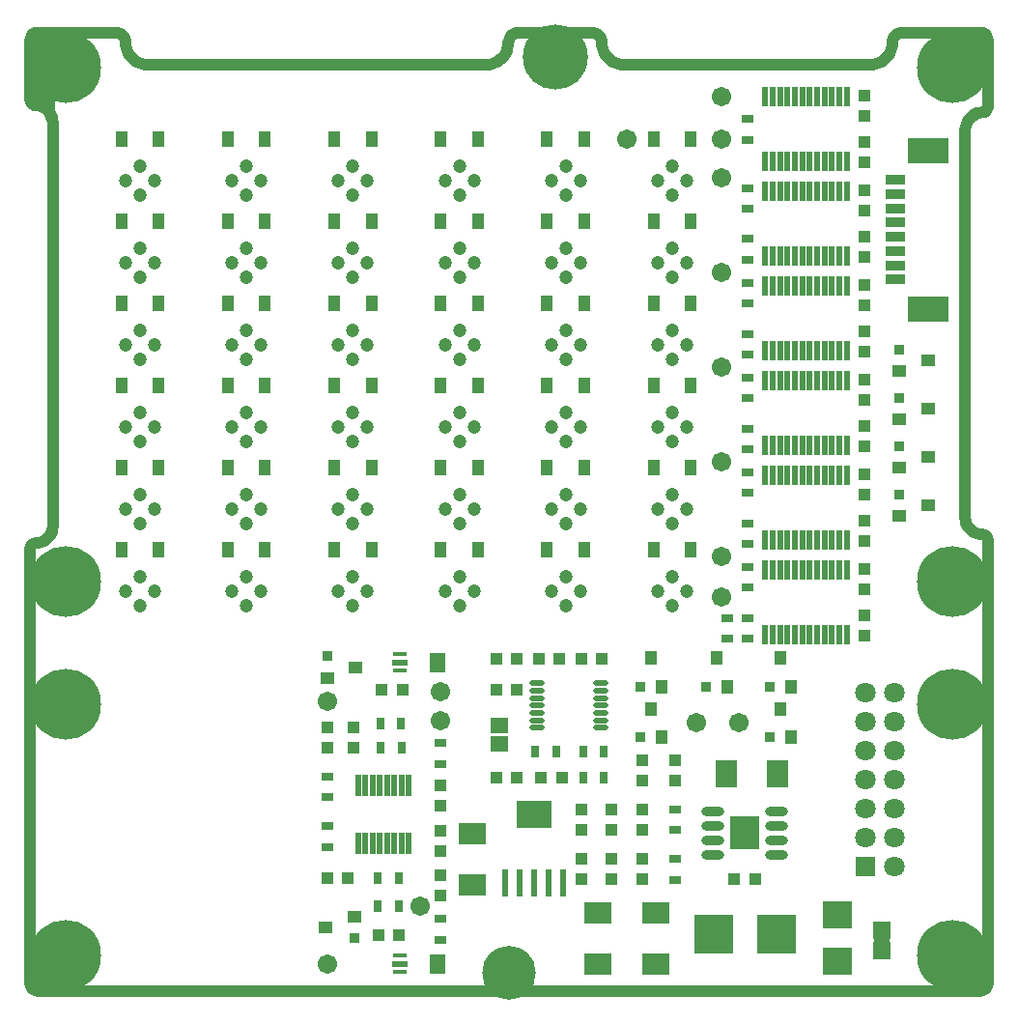
<source format=gbr>
G04*
G04 #@! TF.GenerationSoftware,Altium Limited,Altium Designer,24.1.2 (44)*
G04*
G04 Layer_Color=16711935*
%FSLAX44Y44*%
%MOMM*%
G71*
G04*
G04 #@! TF.SameCoordinates,E5F7653D-5FC0-4154-B66B-F321A2D7D9BC*
G04*
G04*
G04 #@! TF.FilePolarity,Negative*
G04*
G01*
G75*
%ADD14C,1.0000*%
%ADD19C,0.8032*%
%ADD20C,4.7032*%
%ADD21C,1.1032*%
%ADD22C,5.7032*%
%ADD23C,1.4032*%
%ADD24C,6.2032*%
%ADD25C,1.2032*%
%ADD26C,1.8032*%
%ADD27R,1.8032X1.8032*%
%ADD59R,0.9000X0.9500*%
%ADD62R,3.1725X2.3455*%
%ADD63R,0.6325X2.3455*%
%ADD64R,0.9500X0.9000*%
%ADD79R,2.3622X1.8796*%
%ADD80R,1.8796X2.3622*%
%ADD82R,1.7018X0.8128*%
%ADD90R,1.2700X0.3810*%
%ADD92R,0.6032X1.7032*%
%ADD93R,1.1032X1.1532*%
%ADD94R,1.1032X0.8032*%
%ADD95R,1.0032X1.1032*%
%ADD96R,1.1532X1.1032*%
%ADD97R,1.1032X1.0032*%
%ADD98C,1.7032*%
%ADD99R,0.8032X1.1032*%
%ADD100R,0.5000X1.9000*%
%ADD101R,1.4732X0.6032*%
%ADD102R,1.4732X1.7532*%
%ADD103R,2.5032X3.0032*%
%ADD104O,2.0032X0.8032*%
%ADD105R,1.6032X1.6032*%
%ADD106R,2.5032X2.4892*%
%ADD107R,3.6000X2.3098*%
%ADD108O,1.3500X0.4500*%
%ADD109R,3.5032X3.3532*%
%ADD110R,1.5000X1.4000*%
%ADD111R,1.1132X1.4232*%
%ADD112R,3.3032X3.7982*%
%ADD113R,2.0660X6.9342*%
%ADD114R,2.9391X2.4948*%
%ADD115R,2.2352X2.8702*%
G36*
X744840Y50940D02*
Y47640D01*
X758840D01*
Y50940D01*
X744840D01*
D02*
G37*
D14*
X10000Y397390D02*
X7522Y396727D01*
X5707Y394914D01*
X5040Y392436D01*
X433300Y844960D02*
X430982Y844655D01*
X428823Y843761D01*
X426967Y842339D01*
X425543Y840485D01*
X424647Y838326D01*
X424340Y836009D01*
X742000Y816960D02*
X744485Y817123D01*
X746928Y817609D01*
X749286Y818409D01*
X751520Y819511D01*
X753591Y820895D01*
X755463Y822537D01*
X757105Y824409D01*
X758489Y826480D01*
X759591Y828714D01*
X760391Y831072D01*
X760877Y833515D01*
X761040Y836000D01*
X838011Y5040D02*
X840669Y5572D01*
X842923Y7080D01*
X844429Y9334D01*
X844960Y11992D01*
X840010Y775040D02*
X842476Y775702D01*
X844286Y777503D01*
X844961Y779965D01*
X770000Y844960D02*
X767682Y844655D01*
X765523Y843761D01*
X763667Y842339D01*
X762243Y840485D01*
X761347Y838326D01*
X761040Y836009D01*
X5040Y786130D02*
X5705Y783650D01*
X7520Y781834D01*
X10000Y781170D01*
X10000Y397390D02*
X12612Y397618D01*
X15144Y398297D01*
X17520Y399405D01*
X19668Y400909D01*
X21521Y402762D01*
X23025Y404910D01*
X24133Y407286D01*
X24812Y409818D01*
X25040Y412430D01*
X844960Y838000D02*
X844430Y840664D01*
X842922Y842922D01*
X840664Y844430D01*
X838000Y844960D01*
X11992D02*
X9331Y844428D01*
X7076Y842919D01*
X5569Y840662D01*
X5040Y838000D01*
Y11989D02*
X5572Y9331D01*
X7080Y7078D01*
X9334Y5571D01*
X11992Y5040D01*
X506260Y836000D02*
X506423Y833515D01*
X506909Y831072D01*
X507709Y828714D01*
X508811Y826480D01*
X510195Y824409D01*
X511837Y822537D01*
X513709Y820895D01*
X515780Y819511D01*
X518014Y818409D01*
X520372Y817609D01*
X522815Y817123D01*
X525300Y816960D01*
X88960Y836000D02*
X89123Y833515D01*
X89609Y831072D01*
X90409Y828714D01*
X91511Y826480D01*
X92895Y824409D01*
X94537Y822537D01*
X96409Y820895D01*
X98480Y819511D01*
X100714Y818409D01*
X103072Y817609D01*
X105515Y817123D01*
X108000Y816960D01*
X506260Y836009D02*
X505953Y838326D01*
X505057Y840485D01*
X503633Y842339D01*
X501777Y843761D01*
X499618Y844655D01*
X497300Y844960D01*
X839967Y775040D02*
X837364Y774807D01*
X834841Y774127D01*
X832474Y773021D01*
X830334Y771522D01*
X828485Y769674D01*
X826985Y767535D01*
X825877Y765168D01*
X825195Y762646D01*
X824961Y760043D01*
X88960Y836009D02*
X88653Y838324D01*
X87759Y840482D01*
X86337Y842335D01*
X84484Y843757D01*
X82327Y844653D01*
X80011Y844960D01*
X25040Y766130D02*
X24812Y768742D01*
X24133Y771274D01*
X23025Y773650D01*
X21521Y775798D01*
X19668Y777651D01*
X17520Y779155D01*
X15144Y780263D01*
X12612Y780941D01*
X10000Y781170D01*
X405300Y816960D02*
X407785Y817123D01*
X410228Y817609D01*
X412586Y818409D01*
X414820Y819511D01*
X416891Y820895D01*
X418763Y822537D01*
X420405Y824409D01*
X421789Y826480D01*
X422891Y828714D01*
X423691Y831072D01*
X424177Y833515D01*
X424340Y836000D01*
X844960Y400000D02*
X844296Y402480D01*
X842480Y404296D01*
X840000Y404960D01*
X824960Y420000D02*
X825189Y417388D01*
X825867Y414856D01*
X826975Y412480D01*
X828479Y410332D01*
X830332Y408479D01*
X832480Y406975D01*
X834856Y405867D01*
X837388Y405188D01*
X840000Y404960D01*
X433300Y844960D02*
X497300D01*
X770000D02*
X838000D01*
X108000Y816960D02*
X405300D01*
X824960Y420000D02*
Y759903D01*
X5040Y786130D02*
Y838000D01*
X25040Y412430D02*
Y766130D01*
X12016Y5040D02*
X837988Y5040D01*
X525300Y816960D02*
X742000D01*
X12004Y844960D02*
X79977Y844960D01*
X844960Y780099D02*
Y838000D01*
X5040Y12012D02*
X5040Y392427D01*
X844960Y12016D02*
X844960Y400000D01*
D19*
X443698Y845000D02*
D03*
X457698D02*
D03*
X471698D02*
D03*
X485698D02*
D03*
X499694Y844649D02*
D03*
X506867Y832626D02*
D03*
X514549Y820922D02*
D03*
X527989Y817000D02*
D03*
X541989D02*
D03*
X555989D02*
D03*
X569989D02*
D03*
X583989D02*
D03*
X597989D02*
D03*
X611989D02*
D03*
X625989D02*
D03*
X639989D02*
D03*
X653989D02*
D03*
X667989D02*
D03*
X681989D02*
D03*
X695989D02*
D03*
X709989D02*
D03*
X723989D02*
D03*
X737989D02*
D03*
X751625Y820170D02*
D03*
X760086Y831324D02*
D03*
X765980Y844023D02*
D03*
X779946Y845000D02*
D03*
X793945D02*
D03*
X807945D02*
D03*
X821945D02*
D03*
X835945D02*
D03*
X845000Y834322D02*
D03*
Y820322D02*
D03*
Y806322D02*
D03*
Y792322D02*
D03*
X844688Y778326D02*
D03*
X832680Y771128D02*
D03*
X825438Y759147D02*
D03*
X825000Y745153D02*
D03*
Y731153D02*
D03*
Y717153D02*
D03*
Y703154D02*
D03*
Y689154D02*
D03*
Y675154D02*
D03*
Y661153D02*
D03*
Y647153D02*
D03*
Y633153D02*
D03*
Y619154D02*
D03*
Y605154D02*
D03*
Y591153D02*
D03*
Y577154D02*
D03*
Y563153D02*
D03*
Y549154D02*
D03*
Y535154D02*
D03*
Y521153D02*
D03*
Y507154D02*
D03*
Y493153D02*
D03*
Y479154D02*
D03*
Y465154D02*
D03*
Y451153D02*
D03*
Y437154D02*
D03*
X825135Y423154D02*
D03*
X830854Y410376D02*
D03*
X843212Y403795D02*
D03*
X845000Y389910D02*
D03*
Y375910D02*
D03*
Y361910D02*
D03*
Y347910D02*
D03*
Y333910D02*
D03*
Y319910D02*
D03*
Y305910D02*
D03*
Y291910D02*
D03*
Y277910D02*
D03*
X845000Y263910D02*
D03*
Y249910D02*
D03*
Y235910D02*
D03*
Y221910D02*
D03*
Y207910D02*
D03*
Y193910D02*
D03*
Y179910D02*
D03*
Y165910D02*
D03*
Y151910D02*
D03*
X845000Y137910D02*
D03*
Y123910D02*
D03*
Y109910D02*
D03*
Y95910D02*
D03*
Y81910D02*
D03*
Y67910D02*
D03*
Y53910D02*
D03*
Y39910D02*
D03*
Y25910D02*
D03*
X844996Y11910D02*
D03*
X832820Y5000D02*
D03*
X818820D02*
D03*
X804820D02*
D03*
X790820D02*
D03*
X776820D02*
D03*
X762820D02*
D03*
X748820D02*
D03*
X734820D02*
D03*
X720820D02*
D03*
X706820D02*
D03*
X692820D02*
D03*
X678820D02*
D03*
X664820D02*
D03*
X650820D02*
D03*
X636820D02*
D03*
X622820D02*
D03*
X608820D02*
D03*
X594820D02*
D03*
X580820D02*
D03*
X566820D02*
D03*
X552820Y5000D02*
D03*
X538820D02*
D03*
X524820D02*
D03*
X510820D02*
D03*
X496820D02*
D03*
X482820D02*
D03*
X468820D02*
D03*
X454820D02*
D03*
X398820D02*
D03*
X384820D02*
D03*
X370820D02*
D03*
X356820D02*
D03*
X342820D02*
D03*
X328820D02*
D03*
X314820D02*
D03*
X300820D02*
D03*
X286820D02*
D03*
X272820Y5000D02*
D03*
X258820D02*
D03*
X244820D02*
D03*
X230820D02*
D03*
X216820D02*
D03*
X202820D02*
D03*
X188820D02*
D03*
X174820D02*
D03*
X160820D02*
D03*
X146820D02*
D03*
X132820D02*
D03*
X118820D02*
D03*
X104820D02*
D03*
X90820D02*
D03*
X76820D02*
D03*
X62820D02*
D03*
X48820D02*
D03*
X34820D02*
D03*
X20820D02*
D03*
X6982Y7125D02*
D03*
X5000Y20984D02*
D03*
Y34984D02*
D03*
Y48984D02*
D03*
Y62984D02*
D03*
Y76984D02*
D03*
Y90984D02*
D03*
Y104984D02*
D03*
Y118984D02*
D03*
Y132984D02*
D03*
Y146984D02*
D03*
Y160984D02*
D03*
Y174984D02*
D03*
Y188984D02*
D03*
Y202984D02*
D03*
Y216984D02*
D03*
Y230984D02*
D03*
Y244984D02*
D03*
Y258984D02*
D03*
Y272984D02*
D03*
Y286984D02*
D03*
Y300984D02*
D03*
Y314984D02*
D03*
Y328984D02*
D03*
Y342984D02*
D03*
Y356984D02*
D03*
Y370984D02*
D03*
Y384984D02*
D03*
X10583Y397822D02*
D03*
X21777Y406231D02*
D03*
X25000Y419855D02*
D03*
Y433855D02*
D03*
Y447855D02*
D03*
Y461855D02*
D03*
Y475855D02*
D03*
Y489855D02*
D03*
Y503855D02*
D03*
Y517855D02*
D03*
Y531855D02*
D03*
Y545855D02*
D03*
Y559855D02*
D03*
Y573855D02*
D03*
Y587855D02*
D03*
Y601855D02*
D03*
Y615855D02*
D03*
Y629855D02*
D03*
Y643855D02*
D03*
Y657855D02*
D03*
Y671855D02*
D03*
Y685855D02*
D03*
Y699855D02*
D03*
Y713855D02*
D03*
Y727855D02*
D03*
Y741855D02*
D03*
Y755855D02*
D03*
X23223Y769742D02*
D03*
X13392Y779709D02*
D03*
X5000Y790915D02*
D03*
Y804915D02*
D03*
Y818915D02*
D03*
Y832915D02*
D03*
X12067Y845000D02*
D03*
X26067D02*
D03*
X40067Y845000D02*
D03*
X54067D02*
D03*
X68067Y845000D02*
D03*
X82065Y844748D02*
D03*
X89513Y832894D02*
D03*
X97029Y821082D02*
D03*
X110421Y817000D02*
D03*
X124420D02*
D03*
X138420D02*
D03*
X152421D02*
D03*
X166420D02*
D03*
X180420D02*
D03*
X194421D02*
D03*
X208421D02*
D03*
X222421D02*
D03*
X236420D02*
D03*
X250420D02*
D03*
X264421D02*
D03*
X278421D02*
D03*
X292421D02*
D03*
X306420D02*
D03*
X320420D02*
D03*
X334421D02*
D03*
X348420D02*
D03*
X362421D02*
D03*
X376421D02*
D03*
X390420D02*
D03*
X404421Y817014D02*
D03*
X417475Y822071D02*
D03*
X424061Y834425D02*
D03*
X433227Y845007D02*
D03*
D20*
X425000Y21000D02*
D03*
D21*
X481465Y807835D02*
D03*
X449136D02*
D03*
Y840164D02*
D03*
X481465D02*
D03*
X488160Y824000D02*
D03*
X465300Y801140D02*
D03*
X442440Y824000D02*
D03*
X465300Y846860D02*
D03*
D22*
Y824000D02*
D03*
D23*
X52165Y19835D02*
D03*
X19835D02*
D03*
Y52165D02*
D03*
X52165D02*
D03*
X58860Y36000D02*
D03*
X36000Y13140D02*
D03*
X13140Y36000D02*
D03*
X36000Y58860D02*
D03*
X830164Y239835D02*
D03*
X797835D02*
D03*
Y272164D02*
D03*
X830164D02*
D03*
X836860Y256000D02*
D03*
X814000Y233140D02*
D03*
X791140Y256000D02*
D03*
X814000Y278860D02*
D03*
X36000Y836860D02*
D03*
X13140Y814000D02*
D03*
X36000Y791140D02*
D03*
X58860Y814000D02*
D03*
X52165Y830164D02*
D03*
X19835D02*
D03*
Y797835D02*
D03*
X52165D02*
D03*
X36000Y278860D02*
D03*
X13140Y256000D02*
D03*
X36000Y233140D02*
D03*
X58860Y256000D02*
D03*
X52165Y272164D02*
D03*
X19835D02*
D03*
Y239835D02*
D03*
X52165D02*
D03*
Y347836D02*
D03*
X19835D02*
D03*
Y380164D02*
D03*
X52165D02*
D03*
X58860Y364000D02*
D03*
X36000Y341140D02*
D03*
X13140Y364000D02*
D03*
X36000Y386860D02*
D03*
X830164Y797835D02*
D03*
X797835D02*
D03*
Y830164D02*
D03*
X830164D02*
D03*
X836860Y814000D02*
D03*
X814000Y791140D02*
D03*
X791140Y814000D02*
D03*
X814000Y836860D02*
D03*
Y386860D02*
D03*
X791140Y364000D02*
D03*
X814000Y341140D02*
D03*
X836860Y364000D02*
D03*
X830164Y380164D02*
D03*
X797835D02*
D03*
Y347836D02*
D03*
X830164D02*
D03*
Y19835D02*
D03*
X797835D02*
D03*
Y52165D02*
D03*
X830164D02*
D03*
X836860Y36000D02*
D03*
X814000Y13140D02*
D03*
X791140Y36000D02*
D03*
X814000Y58860D02*
D03*
D24*
X36000Y36000D02*
D03*
X814000Y256000D02*
D03*
X36000Y814000D02*
D03*
Y256000D02*
D03*
Y364000D02*
D03*
X814000Y814000D02*
D03*
Y364000D02*
D03*
Y36000D02*
D03*
D25*
X555400Y427000D02*
D03*
X568100Y439700D02*
D03*
Y414300D02*
D03*
X580800Y427000D02*
D03*
X555400Y355000D02*
D03*
X568100Y367700D02*
D03*
Y342300D02*
D03*
X580800Y355000D02*
D03*
X462060D02*
D03*
X474760Y367700D02*
D03*
Y342300D02*
D03*
X487460Y355000D02*
D03*
X368720Y427000D02*
D03*
X381420Y439700D02*
D03*
Y414300D02*
D03*
X394120Y427000D02*
D03*
X462060D02*
D03*
X474760Y439700D02*
D03*
Y414300D02*
D03*
X487460Y427000D02*
D03*
X368720Y355000D02*
D03*
X381420Y367700D02*
D03*
Y342300D02*
D03*
X394120Y355000D02*
D03*
X275380D02*
D03*
X288080Y367700D02*
D03*
Y342300D02*
D03*
X300780Y355000D02*
D03*
X275380Y427000D02*
D03*
X288080Y439700D02*
D03*
Y414300D02*
D03*
X300780Y427000D02*
D03*
X275380Y499000D02*
D03*
X288080Y511700D02*
D03*
Y486300D02*
D03*
X300780Y499000D02*
D03*
X368720D02*
D03*
X381420Y511700D02*
D03*
Y486300D02*
D03*
X394120Y499000D02*
D03*
X462060D02*
D03*
X474760Y511700D02*
D03*
Y486300D02*
D03*
X487460Y499000D02*
D03*
X555400D02*
D03*
X568100Y511700D02*
D03*
Y486300D02*
D03*
X580800Y499000D02*
D03*
X555400Y571000D02*
D03*
X568100Y583700D02*
D03*
Y558300D02*
D03*
X580800Y571000D02*
D03*
X462060D02*
D03*
X474760Y583700D02*
D03*
Y558300D02*
D03*
X487460Y571000D02*
D03*
X368720D02*
D03*
X381420Y583700D02*
D03*
Y558300D02*
D03*
X394120Y571000D02*
D03*
X275380D02*
D03*
X288080Y583700D02*
D03*
Y558300D02*
D03*
X300780Y571000D02*
D03*
X182040D02*
D03*
X194740Y583700D02*
D03*
Y558300D02*
D03*
X207440Y571000D02*
D03*
X182040Y499000D02*
D03*
X194740Y511700D02*
D03*
Y486300D02*
D03*
X207440Y499000D02*
D03*
X182040Y427000D02*
D03*
X194740Y439700D02*
D03*
Y414300D02*
D03*
X207440Y427000D02*
D03*
X182040Y355000D02*
D03*
X194740Y367700D02*
D03*
Y342300D02*
D03*
X207440Y355000D02*
D03*
X88700D02*
D03*
X101400Y367700D02*
D03*
Y342300D02*
D03*
X114100Y355000D02*
D03*
X88700Y427000D02*
D03*
X101400Y439700D02*
D03*
Y414300D02*
D03*
X114100Y427000D02*
D03*
X88700Y499000D02*
D03*
X101400Y511700D02*
D03*
Y486300D02*
D03*
X114100Y499000D02*
D03*
X88700Y571000D02*
D03*
X101400Y583700D02*
D03*
Y558300D02*
D03*
X114100Y571000D02*
D03*
X182040Y643000D02*
D03*
X194740Y655700D02*
D03*
Y630300D02*
D03*
X207440Y643000D02*
D03*
X275380D02*
D03*
X288080Y655700D02*
D03*
Y630300D02*
D03*
X300780Y643000D02*
D03*
X368720D02*
D03*
X381420Y655700D02*
D03*
Y630300D02*
D03*
X394120Y643000D02*
D03*
X462060D02*
D03*
X474760Y655700D02*
D03*
Y630300D02*
D03*
X487460Y643000D02*
D03*
X580800D02*
D03*
X568100Y630300D02*
D03*
Y655700D02*
D03*
X555400Y643000D02*
D03*
Y715000D02*
D03*
X568100Y727700D02*
D03*
Y702300D02*
D03*
X580800Y715000D02*
D03*
X462060D02*
D03*
X474760Y727700D02*
D03*
Y702300D02*
D03*
X487460Y715000D02*
D03*
X368720D02*
D03*
X381420Y727700D02*
D03*
Y702300D02*
D03*
X394120Y715000D02*
D03*
X275380D02*
D03*
X288080Y727700D02*
D03*
Y702300D02*
D03*
X300780Y715000D02*
D03*
X182040D02*
D03*
X194740Y727700D02*
D03*
Y702300D02*
D03*
X207440Y715000D02*
D03*
X88700D02*
D03*
X101400Y727700D02*
D03*
Y702300D02*
D03*
X114100Y715000D02*
D03*
X88700Y643000D02*
D03*
X101400Y655700D02*
D03*
Y630300D02*
D03*
X114100Y643000D02*
D03*
D26*
X762700Y113800D02*
D03*
Y139200D02*
D03*
Y164600D02*
D03*
Y190000D02*
D03*
Y215400D02*
D03*
Y240800D02*
D03*
Y266200D02*
D03*
X737300Y139200D02*
D03*
Y164600D02*
D03*
Y190000D02*
D03*
Y215400D02*
D03*
Y240800D02*
D03*
Y266200D02*
D03*
D27*
Y113800D02*
D03*
D59*
X653440Y271980D02*
D03*
X597320D02*
D03*
X539931Y227530D02*
D03*
X653440D02*
D03*
X539931Y271980D02*
D03*
D62*
X447040Y159643D02*
D03*
D63*
X421640Y99437D02*
D03*
X434340D02*
D03*
X447040D02*
D03*
X459740D02*
D03*
X472440D02*
D03*
D64*
X289346Y51140D02*
D03*
X265430Y298436D02*
D03*
X767280Y567030D02*
D03*
Y524697D02*
D03*
Y482363D02*
D03*
Y440030D02*
D03*
D79*
X392938Y98298D02*
D03*
Y143002D02*
D03*
X502920Y73152D02*
D03*
Y28448D02*
D03*
X553720Y73240D02*
D03*
Y28536D02*
D03*
D80*
X615370Y195580D02*
D03*
X660074D02*
D03*
D82*
X763435Y715980D02*
D03*
Y703480D02*
D03*
Y690980D02*
D03*
Y678480D02*
D03*
Y665980D02*
D03*
Y653480D02*
D03*
Y640980D02*
D03*
Y628480D02*
D03*
D90*
X328930Y35875D02*
D03*
Y286066D02*
D03*
Y300035D02*
D03*
Y21906D02*
D03*
D92*
X649515Y705564D02*
D03*
X656015D02*
D03*
X662515D02*
D03*
X669015D02*
D03*
X675515D02*
D03*
X682015D02*
D03*
X688515D02*
D03*
X695015D02*
D03*
X701515D02*
D03*
X708015D02*
D03*
X714515D02*
D03*
X721015D02*
D03*
Y649175D02*
D03*
X714515D02*
D03*
X708015D02*
D03*
X701515D02*
D03*
X695015D02*
D03*
X688515D02*
D03*
X682015D02*
D03*
X675515D02*
D03*
X669015D02*
D03*
X662515D02*
D03*
X656015D02*
D03*
X649515D02*
D03*
Y622581D02*
D03*
X656015D02*
D03*
X662515D02*
D03*
X669015D02*
D03*
X675515D02*
D03*
X682015D02*
D03*
X688515D02*
D03*
X695015D02*
D03*
X701515D02*
D03*
X708015D02*
D03*
X714515D02*
D03*
X721015D02*
D03*
Y566193D02*
D03*
X714515D02*
D03*
X708015D02*
D03*
X701515D02*
D03*
X695015D02*
D03*
X688515D02*
D03*
X682015D02*
D03*
X675515D02*
D03*
X669015D02*
D03*
X662515D02*
D03*
X656015D02*
D03*
X649515D02*
D03*
Y539599D02*
D03*
X656015D02*
D03*
X662515D02*
D03*
X669015D02*
D03*
X675515D02*
D03*
X682015D02*
D03*
X688515D02*
D03*
X695015D02*
D03*
X701515D02*
D03*
X708015D02*
D03*
X714515D02*
D03*
X721015D02*
D03*
Y483211D02*
D03*
X714515D02*
D03*
X708015D02*
D03*
X701515D02*
D03*
X695015D02*
D03*
X688515D02*
D03*
X682015D02*
D03*
X675515D02*
D03*
X669015D02*
D03*
X662515D02*
D03*
X656015D02*
D03*
X649515D02*
D03*
Y456616D02*
D03*
X656015D02*
D03*
X662515D02*
D03*
X669015D02*
D03*
X675515D02*
D03*
X682015D02*
D03*
X688515D02*
D03*
X695015D02*
D03*
X701515D02*
D03*
X708015D02*
D03*
X714515D02*
D03*
X721015D02*
D03*
Y400228D02*
D03*
X714515D02*
D03*
X708015D02*
D03*
X701515D02*
D03*
X695015D02*
D03*
X688515D02*
D03*
X682015D02*
D03*
X675515D02*
D03*
X669015D02*
D03*
X662515D02*
D03*
X656015D02*
D03*
X649515D02*
D03*
Y373634D02*
D03*
X656015D02*
D03*
X662515D02*
D03*
X669015D02*
D03*
X675515D02*
D03*
X682015D02*
D03*
X688515D02*
D03*
X695015D02*
D03*
X701515D02*
D03*
X708015D02*
D03*
X714515D02*
D03*
X721015D02*
D03*
Y317246D02*
D03*
X714515D02*
D03*
X708015D02*
D03*
X701515D02*
D03*
X695015D02*
D03*
X688515D02*
D03*
X682015D02*
D03*
X675515D02*
D03*
X669015D02*
D03*
X662515D02*
D03*
X656015D02*
D03*
X649515D02*
D03*
Y788546D02*
D03*
X656015D02*
D03*
X662515D02*
D03*
X669015D02*
D03*
X675515D02*
D03*
X682015D02*
D03*
X688515D02*
D03*
X695015D02*
D03*
X701515D02*
D03*
X708015D02*
D03*
X714515D02*
D03*
X721015D02*
D03*
Y732158D02*
D03*
X714515D02*
D03*
X708015D02*
D03*
X701515D02*
D03*
X695015D02*
D03*
X688515D02*
D03*
X682015D02*
D03*
X675515D02*
D03*
X669015D02*
D03*
X662515D02*
D03*
X656015D02*
D03*
X649515D02*
D03*
D93*
X672440Y271980D02*
D03*
X662940Y296980D02*
D03*
X616320Y271980D02*
D03*
X606820Y296980D02*
D03*
X558931Y227530D02*
D03*
X549431Y252530D02*
D03*
X672440Y227530D02*
D03*
X662940Y252530D02*
D03*
X549431Y296980D02*
D03*
X558931Y271980D02*
D03*
D94*
X616319Y313931D02*
D03*
X616320Y332090D02*
D03*
X633730Y415072D02*
D03*
X633729Y396914D02*
D03*
Y479896D02*
D03*
X633730Y498055D02*
D03*
Y581037D02*
D03*
X633729Y562878D02*
D03*
X633730Y664020D02*
D03*
X633729Y645861D02*
D03*
X633730Y332090D02*
D03*
X633729Y313931D02*
D03*
X265430Y149541D02*
D03*
X265429Y131383D02*
D03*
X265430Y174940D02*
D03*
X265431Y193099D02*
D03*
X364498Y68261D02*
D03*
X364497Y50103D02*
D03*
X364490Y204150D02*
D03*
X364491Y222309D02*
D03*
X570229Y102491D02*
D03*
X570230Y120650D02*
D03*
X570231Y164209D02*
D03*
X570230Y146050D02*
D03*
X633729Y358411D02*
D03*
X633730Y376570D02*
D03*
X633729Y441394D02*
D03*
X633730Y459552D02*
D03*
X633729Y524376D02*
D03*
X633730Y542535D02*
D03*
X633729Y607358D02*
D03*
X633730Y625517D02*
D03*
X633729Y690341D02*
D03*
X633730Y708500D02*
D03*
X633729Y751083D02*
D03*
X633730Y769242D02*
D03*
D95*
X736470Y417095D02*
D03*
Y399095D02*
D03*
Y439749D02*
D03*
Y457749D02*
D03*
Y500078D02*
D03*
Y482078D02*
D03*
Y540732D02*
D03*
Y522732D02*
D03*
Y583060D02*
D03*
Y565060D02*
D03*
Y623714D02*
D03*
Y605714D02*
D03*
Y666043D02*
D03*
Y648043D02*
D03*
Y706696D02*
D03*
Y688697D02*
D03*
Y334113D02*
D03*
Y316113D02*
D03*
Y374767D02*
D03*
Y356767D02*
D03*
X265430Y236010D02*
D03*
Y218011D02*
D03*
X288290D02*
D03*
Y236010D02*
D03*
X364490Y88470D02*
D03*
Y106470D02*
D03*
Y145841D02*
D03*
Y127840D02*
D03*
Y185210D02*
D03*
Y167211D02*
D03*
X488188Y163940D02*
D03*
Y145940D02*
D03*
X514858D02*
D03*
Y163940D02*
D03*
X488188Y120760D02*
D03*
Y102760D02*
D03*
X541528D02*
D03*
Y120760D02*
D03*
X514858Y102760D02*
D03*
Y120760D02*
D03*
X541528Y189247D02*
D03*
Y207247D02*
D03*
X570230D02*
D03*
Y189247D02*
D03*
X541528Y145940D02*
D03*
Y163940D02*
D03*
X736470Y731025D02*
D03*
Y749025D02*
D03*
Y771679D02*
D03*
Y789679D02*
D03*
D96*
X264346Y60641D02*
D03*
X289346Y70141D02*
D03*
X265430Y279436D02*
D03*
X290430Y288936D02*
D03*
X767280Y548030D02*
D03*
X792280Y557530D02*
D03*
X767280Y505697D02*
D03*
X792280Y515197D02*
D03*
X767280Y463363D02*
D03*
X792280Y472863D02*
D03*
X767280Y421030D02*
D03*
X792280Y430530D02*
D03*
D97*
X283963Y103820D02*
D03*
X265963D02*
D03*
X328398Y54290D02*
D03*
X310398D02*
D03*
X313580Y268920D02*
D03*
X331580D02*
D03*
X413910Y295888D02*
D03*
X431910D02*
D03*
Y269240D02*
D03*
X413910D02*
D03*
X413800Y191770D02*
D03*
X431800D02*
D03*
X453280D02*
D03*
X471280D02*
D03*
X622630Y102870D02*
D03*
X640630D02*
D03*
X451054Y295888D02*
D03*
X469054D02*
D03*
X488198D02*
D03*
X506198D02*
D03*
D98*
X265430Y258761D02*
D03*
X346710Y79690D02*
D03*
X364490Y242250D02*
D03*
Y267651D02*
D03*
X610870Y350520D02*
D03*
Y751840D02*
D03*
X528320D02*
D03*
X265430Y28725D02*
D03*
X610870Y717911D02*
D03*
Y469038D02*
D03*
X589280Y240030D02*
D03*
X626110D02*
D03*
X610870Y551995D02*
D03*
Y788546D02*
D03*
Y634953D02*
D03*
Y386080D02*
D03*
D99*
X328288Y79690D02*
D03*
X310129Y79692D02*
D03*
X328288Y103820D02*
D03*
X310129Y103822D02*
D03*
X312421Y218120D02*
D03*
X330580Y218119D02*
D03*
X330201Y239711D02*
D03*
X312042Y239712D02*
D03*
X447931Y214631D02*
D03*
X466090Y214630D02*
D03*
X489841Y214631D02*
D03*
X508000Y214630D02*
D03*
X489842Y191771D02*
D03*
X508001Y191770D02*
D03*
D100*
X337185Y134173D02*
D03*
X330835D02*
D03*
X324485D02*
D03*
X318135D02*
D03*
X311785D02*
D03*
X305435D02*
D03*
X299085D02*
D03*
X292735D02*
D03*
Y185228D02*
D03*
X299085D02*
D03*
X305435D02*
D03*
X311785D02*
D03*
X318135D02*
D03*
X324485D02*
D03*
X330835D02*
D03*
X337185D02*
D03*
D101*
X329049Y293155D02*
D03*
X329057Y28598D02*
D03*
D102*
X362069Y293155D02*
D03*
X362077Y28598D02*
D03*
D103*
X631630Y143510D02*
D03*
D104*
X659880Y162560D02*
D03*
Y149860D02*
D03*
Y137160D02*
D03*
Y124460D02*
D03*
X603380Y162560D02*
D03*
Y149860D02*
D03*
Y137160D02*
D03*
Y124460D02*
D03*
D105*
X751840Y40640D02*
D03*
Y57940D02*
D03*
D106*
X713170Y71700D02*
D03*
Y31060D02*
D03*
D107*
X792435Y741480D02*
D03*
Y602980D02*
D03*
D108*
X505770Y274770D02*
D03*
Y268270D02*
D03*
Y261770D02*
D03*
Y255270D02*
D03*
Y248770D02*
D03*
Y242270D02*
D03*
Y235770D02*
D03*
X449270Y274770D02*
D03*
Y268270D02*
D03*
Y261770D02*
D03*
Y255270D02*
D03*
Y248770D02*
D03*
Y242270D02*
D03*
Y235770D02*
D03*
D109*
X659130Y54610D02*
D03*
X604130D02*
D03*
D110*
X416167Y221870D02*
D03*
Y237870D02*
D03*
D111*
X458410Y391840D02*
D03*
X491110D02*
D03*
X551750D02*
D03*
X584450D02*
D03*
X551750Y463840D02*
D03*
X584450D02*
D03*
X458410D02*
D03*
X491110D02*
D03*
X458410Y535840D02*
D03*
X491110D02*
D03*
X551750D02*
D03*
X584450D02*
D03*
X551750Y607840D02*
D03*
X584450D02*
D03*
X458410D02*
D03*
X491110D02*
D03*
X365070D02*
D03*
X397770D02*
D03*
X365070Y535840D02*
D03*
X397770D02*
D03*
X365070Y463840D02*
D03*
X397770D02*
D03*
X365070Y391840D02*
D03*
X397770D02*
D03*
X271730D02*
D03*
X304430D02*
D03*
X271730Y463840D02*
D03*
X304430D02*
D03*
X271730Y535840D02*
D03*
X304430D02*
D03*
X178390Y607840D02*
D03*
X211090D02*
D03*
X271730D02*
D03*
X304430D02*
D03*
X178390Y535840D02*
D03*
X211090D02*
D03*
X178390Y463840D02*
D03*
X211090D02*
D03*
X178390Y391840D02*
D03*
X211090D02*
D03*
X85050D02*
D03*
X117750D02*
D03*
X85050Y463840D02*
D03*
X117750D02*
D03*
X85050Y535840D02*
D03*
X117750D02*
D03*
X85050Y607840D02*
D03*
X117750D02*
D03*
X85050Y679840D02*
D03*
X117750D02*
D03*
X178390D02*
D03*
X211090D02*
D03*
X271730D02*
D03*
X304430D02*
D03*
X365070D02*
D03*
X397770D02*
D03*
X458410D02*
D03*
X491110D02*
D03*
X551750D02*
D03*
X584450D02*
D03*
X551750Y751840D02*
D03*
X584450D02*
D03*
X458410D02*
D03*
X491110D02*
D03*
X365070D02*
D03*
X397770D02*
D03*
X271730D02*
D03*
X304430D02*
D03*
X178390D02*
D03*
X211090D02*
D03*
X85050D02*
D03*
X117750D02*
D03*
D112*
X829500Y827025D02*
D03*
D113*
X16934Y810895D02*
D03*
D114*
X18679Y16482D02*
D03*
D115*
X833120Y20955D02*
D03*
M02*

</source>
